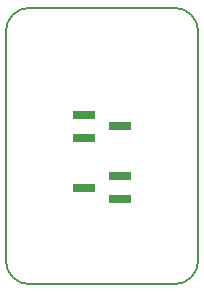
<source format=gbr>
G04 #@! TF.GenerationSoftware,KiCad,Pcbnew,5.1.4-e60b266~84~ubuntu19.04.1*
G04 #@! TF.CreationDate,2019-08-10T10:36:48+03:00*
G04 #@! TF.ProjectId,BRK-SOT-23-3,42524b2d-534f-4542-9d32-332d332e6b69,v1.1*
G04 #@! TF.SameCoordinates,Original*
G04 #@! TF.FileFunction,Paste,Top*
G04 #@! TF.FilePolarity,Positive*
%FSLAX46Y46*%
G04 Gerber Fmt 4.6, Leading zero omitted, Abs format (unit mm)*
G04 Created by KiCad (PCBNEW 5.1.4-e60b266~84~ubuntu19.04.1) date 2019-08-10 10:36:48*
%MOMM*%
%LPD*%
G04 APERTURE LIST*
%ADD10C,0.150000*%
%ADD11R,1.900000X0.800000*%
G04 APERTURE END LIST*
D10*
X67300000Y-71400000D02*
G75*
G02X65300000Y-73400000I-2000000J0D01*
G01*
X53000000Y-73400000D02*
G75*
G02X51000000Y-71400000I0J2000000D01*
G01*
X65300000Y-50000000D02*
G75*
G02X67300000Y-52000000I0J-2000000D01*
G01*
X51000000Y-52000000D02*
G75*
G02X53000000Y-50000000I2000000J0D01*
G01*
X65300000Y-73400000D02*
X53000000Y-73400000D01*
X67300000Y-52000000D02*
X67300000Y-71400000D01*
X53000000Y-50000000D02*
X65300000Y-50000000D01*
X51000000Y-71400000D02*
X51000000Y-52000000D01*
D11*
X57650000Y-65230000D03*
X60650000Y-64280000D03*
X60650000Y-66180000D03*
X60650000Y-60050000D03*
X57650000Y-61000000D03*
X57650000Y-59100000D03*
M02*

</source>
